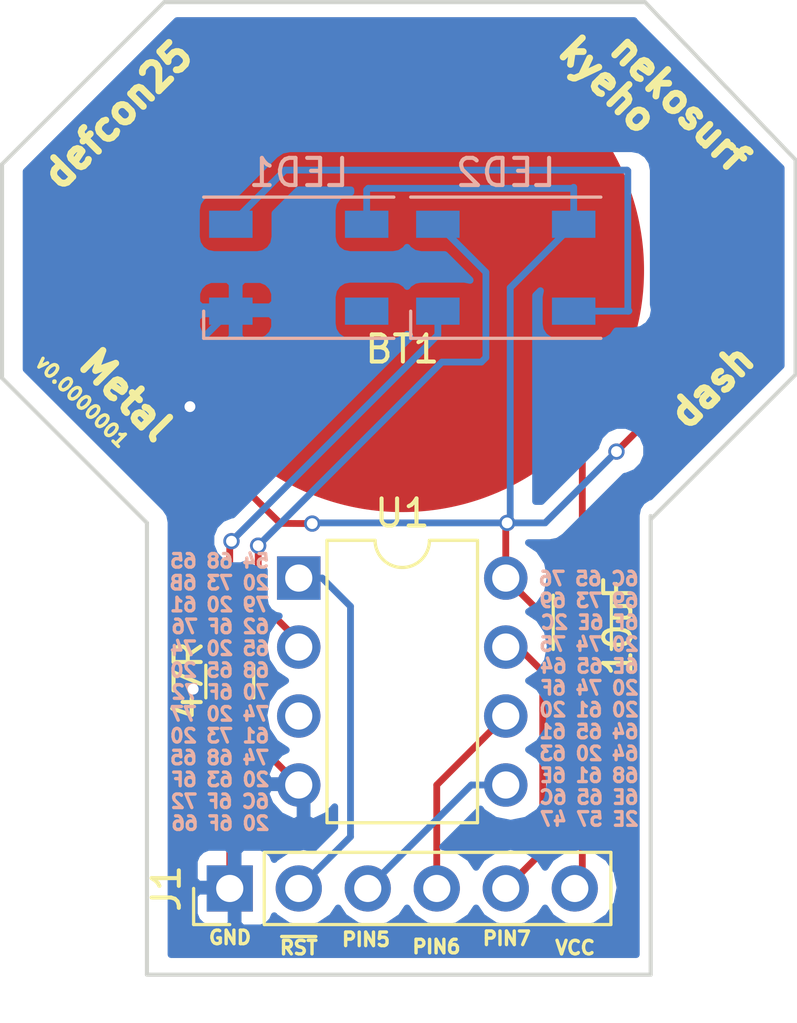
<source format=kicad_pcb>
(kicad_pcb (version 4) (host pcbnew 4.0.6)

  (general
    (links 18)
    (no_connects 0)
    (area 129.972999 84.120919 159.333001 121.873333)
    (thickness 1.6)
    (drawings 25)
    (tracks 80)
    (zones 0)
    (modules 7)
    (nets 12)
  )

  (page A4)
  (layers
    (0 F.Cu signal)
    (31 B.Cu signal)
    (32 B.Adhes user)
    (33 F.Adhes user)
    (34 B.Paste user)
    (35 F.Paste user)
    (36 B.SilkS user)
    (37 F.SilkS user)
    (38 B.Mask user)
    (39 F.Mask user)
    (40 Dwgs.User user)
    (41 Cmts.User user)
    (42 Eco1.User user)
    (43 Eco2.User user)
    (44 Edge.Cuts user)
    (45 Margin user)
    (46 B.CrtYd user)
    (47 F.CrtYd user)
    (48 B.Fab user)
    (49 F.Fab user)
  )

  (setup
    (last_trace_width 0.45)
    (trace_clearance 0.2)
    (zone_clearance 0.508)
    (zone_45_only no)
    (trace_min 0.2)
    (segment_width 0.2)
    (edge_width 0.15)
    (via_size 0.6)
    (via_drill 0.4)
    (via_min_size 0.4)
    (via_min_drill 0.3)
    (uvia_size 0.3)
    (uvia_drill 0.1)
    (uvias_allowed no)
    (uvia_min_size 0.2)
    (uvia_min_drill 0.1)
    (pcb_text_width 0.3)
    (pcb_text_size 1.5 1.5)
    (mod_edge_width 0.15)
    (mod_text_size 1 1)
    (mod_text_width 0.15)
    (pad_size 1.6 1.6)
    (pad_drill 1)
    (pad_to_mask_clearance 0.2)
    (aux_axis_origin 0 0)
    (visible_elements FFFFEF7F)
    (pcbplotparams
      (layerselection 0x00030_80000001)
      (usegerberextensions false)
      (excludeedgelayer true)
      (linewidth 0.100000)
      (plotframeref false)
      (viasonmask false)
      (mode 1)
      (useauxorigin false)
      (hpglpennumber 1)
      (hpglpenspeed 20)
      (hpglpendiameter 15)
      (hpglpenoverlay 2)
      (psnegative false)
      (psa4output false)
      (plotreference true)
      (plotvalue true)
      (plotinvisibletext false)
      (padsonsilk false)
      (subtractmaskfromsilk false)
      (outputformat 1)
      (mirror false)
      (drillshape 1)
      (scaleselection 1)
      (outputdirectory ""))
  )

  (net 0 "")
  (net 1 VCC)
  (net 2 GND)
  (net 3 "Net-(J1-Pad2)")
  (net 4 "Net-(J1-Pad3)")
  (net 5 "Net-(J1-Pad4)")
  (net 6 "Net-(J1-Pad5)")
  (net 7 "Net-(LED1-Pad4)")
  (net 8 "Net-(LED1-Pad2)")
  (net 9 "Net-(LED2-Pad3)")
  (net 10 "Net-(LED2-Pad4)")
  (net 11 "Net-(U1-Pad3)")

  (net_class Default "This is the default net class."
    (clearance 0.2)
    (trace_width 0.45)
    (via_dia 0.6)
    (via_drill 0.4)
    (uvia_dia 0.3)
    (uvia_drill 0.1)
    (add_net GND)
    (add_net "Net-(J1-Pad2)")
    (add_net "Net-(J1-Pad3)")
    (add_net "Net-(J1-Pad4)")
    (add_net "Net-(J1-Pad5)")
    (add_net "Net-(LED1-Pad2)")
    (add_net "Net-(LED1-Pad4)")
    (add_net "Net-(LED2-Pad3)")
    (add_net "Net-(LED2-Pad4)")
    (add_net "Net-(U1-Pad3)")
    (add_net VCC)
  )

  (module defcon:CR2025 (layer F.Cu) (tedit 595984C1) (tstamp 59598502)
    (at 144.78 93.98)
    (path /5959722A)
    (fp_text reference BT1 (at 0 3) (layer F.SilkS)
      (effects (font (size 1 1) (thickness 0.15)))
    )
    (fp_text value Battery_Cell (at 0.2 5.2) (layer F.Fab)
      (effects (font (size 1 1) (thickness 0.15)))
    )
    (pad 1 smd rect (at 11.45 0) (size 2.5 5.1) (layers F.Cu F.Paste F.Mask)
      (net 1 VCC))
    (pad 2 smd circle (at 0 0.1) (size 17.8 17.8) (layers F.Cu F.Paste F.Mask)
      (net 2 GND))
    (pad 1 smd rect (at -11.45 0) (size 2.5 5.1) (layers F.Cu F.Paste F.Mask)
      (net 1 VCC))
  )

  (module Resistors_SMD:R_1206_HandSoldering (layer F.Cu) (tedit 5959926C) (tstamp 59598508)
    (at 151.40686 107.03814 90)
    (descr "Resistor SMD 1206, hand soldering")
    (tags "resistor 1206")
    (path /59596040)
    (attr smd)
    (fp_text reference 10uF (at -0.1397 1.31318 90) (layer F.SilkS)
      (effects (font (size 1 1) (thickness 0.15)))
    )
    (fp_text value CP1 (at 0 1.9 90) (layer F.Fab)
      (effects (font (size 1 1) (thickness 0.15)))
    )
    (fp_text user %R (at 0 0 90) (layer F.Fab)
      (effects (font (size 0.7 0.7) (thickness 0.105)))
    )
    (fp_line (start -1.6 0.8) (end -1.6 -0.8) (layer F.Fab) (width 0.1))
    (fp_line (start 1.6 0.8) (end -1.6 0.8) (layer F.Fab) (width 0.1))
    (fp_line (start 1.6 -0.8) (end 1.6 0.8) (layer F.Fab) (width 0.1))
    (fp_line (start -1.6 -0.8) (end 1.6 -0.8) (layer F.Fab) (width 0.1))
    (fp_line (start 1 1.07) (end -1 1.07) (layer F.SilkS) (width 0.12))
    (fp_line (start -1 -1.07) (end 1 -1.07) (layer F.SilkS) (width 0.12))
    (fp_line (start -3.25 -1.11) (end 3.25 -1.11) (layer F.CrtYd) (width 0.05))
    (fp_line (start -3.25 -1.11) (end -3.25 1.1) (layer F.CrtYd) (width 0.05))
    (fp_line (start 3.25 1.1) (end 3.25 -1.11) (layer F.CrtYd) (width 0.05))
    (fp_line (start 3.25 1.1) (end -3.25 1.1) (layer F.CrtYd) (width 0.05))
    (pad 1 smd rect (at -2 0 90) (size 2 1.7) (layers F.Cu F.Paste F.Mask)
      (net 1 VCC))
    (pad 2 smd rect (at 2 0 90) (size 2 1.7) (layers F.Cu F.Paste F.Mask)
      (net 2 GND))
    (model ${KISYS3DMOD}/Resistors_SMD.3dshapes/R_1206.wrl
      (at (xyz 0 0 0))
      (scale (xyz 1 1 1))
      (rotate (xyz 0 0 0))
    )
  )

  (module Pin_Headers:Pin_Header_Straight_1x06_Pitch2.54mm (layer F.Cu) (tedit 58CD4EC1) (tstamp 59598512)
    (at 138.43 116.84 90)
    (descr "Through hole straight pin header, 1x06, 2.54mm pitch, single row")
    (tags "Through hole pin header THT 1x06 2.54mm single row")
    (path /59597498)
    (fp_text reference J1 (at 0 -2.33 90) (layer F.SilkS)
      (effects (font (size 1 1) (thickness 0.15)))
    )
    (fp_text value CONN_01X06 (at 0 15.03 90) (layer F.Fab)
      (effects (font (size 1 1) (thickness 0.15)))
    )
    (fp_line (start -1.27 -1.27) (end -1.27 13.97) (layer F.Fab) (width 0.1))
    (fp_line (start -1.27 13.97) (end 1.27 13.97) (layer F.Fab) (width 0.1))
    (fp_line (start 1.27 13.97) (end 1.27 -1.27) (layer F.Fab) (width 0.1))
    (fp_line (start 1.27 -1.27) (end -1.27 -1.27) (layer F.Fab) (width 0.1))
    (fp_line (start -1.33 1.27) (end -1.33 14.03) (layer F.SilkS) (width 0.12))
    (fp_line (start -1.33 14.03) (end 1.33 14.03) (layer F.SilkS) (width 0.12))
    (fp_line (start 1.33 14.03) (end 1.33 1.27) (layer F.SilkS) (width 0.12))
    (fp_line (start 1.33 1.27) (end -1.33 1.27) (layer F.SilkS) (width 0.12))
    (fp_line (start -1.33 0) (end -1.33 -1.33) (layer F.SilkS) (width 0.12))
    (fp_line (start -1.33 -1.33) (end 0 -1.33) (layer F.SilkS) (width 0.12))
    (fp_line (start -1.8 -1.8) (end -1.8 14.5) (layer F.CrtYd) (width 0.05))
    (fp_line (start -1.8 14.5) (end 1.8 14.5) (layer F.CrtYd) (width 0.05))
    (fp_line (start 1.8 14.5) (end 1.8 -1.8) (layer F.CrtYd) (width 0.05))
    (fp_line (start 1.8 -1.8) (end -1.8 -1.8) (layer F.CrtYd) (width 0.05))
    (fp_text user %R (at 0 -2.33 90) (layer F.Fab)
      (effects (font (size 1 1) (thickness 0.15)))
    )
    (pad 1 thru_hole rect (at 0 0 90) (size 1.7 1.7) (drill 1) (layers *.Cu *.Mask)
      (net 2 GND))
    (pad 2 thru_hole oval (at 0 2.54 90) (size 1.7 1.7) (drill 1) (layers *.Cu *.Mask)
      (net 3 "Net-(J1-Pad2)"))
    (pad 3 thru_hole oval (at 0 5.08 90) (size 1.7 1.7) (drill 1) (layers *.Cu *.Mask)
      (net 4 "Net-(J1-Pad3)"))
    (pad 4 thru_hole oval (at 0 7.62 90) (size 1.7 1.7) (drill 1) (layers *.Cu *.Mask)
      (net 5 "Net-(J1-Pad4)"))
    (pad 5 thru_hole oval (at 0 10.16 90) (size 1.7 1.7) (drill 1) (layers *.Cu *.Mask)
      (net 6 "Net-(J1-Pad5)"))
    (pad 6 thru_hole oval (at 0 12.7 90) (size 1.7 1.7) (drill 1) (layers *.Cu *.Mask)
      (net 1 VCC))
    (model ${KISYS3DMOD}/Pin_Headers.3dshapes/Pin_Header_Straight_1x06_Pitch2.54mm.wrl
      (at (xyz 0 -0.25 0))
      (scale (xyz 1 1 1))
      (rotate (xyz 0 0 90))
    )
  )

  (module LEDs:LED_WS2812B-PLCC4 (layer B.Cu) (tedit 587A6D9E) (tstamp 5959851A)
    (at 140.97 93.98 180)
    (descr http://www.world-semi.com/uploads/soft/150522/1-150522091P5.pdf)
    (tags "LED NeoPixel")
    (path /59595E44)
    (attr smd)
    (fp_text reference LED1 (at 0 3.5 180) (layer B.SilkS)
      (effects (font (size 1 1) (thickness 0.15)) (justify mirror))
    )
    (fp_text value WS2812B (at 0 -4 180) (layer B.Fab)
      (effects (font (size 1 1) (thickness 0.15)) (justify mirror))
    )
    (fp_line (start 3.75 2.85) (end -3.75 2.85) (layer B.CrtYd) (width 0.05))
    (fp_line (start 3.75 -2.85) (end 3.75 2.85) (layer B.CrtYd) (width 0.05))
    (fp_line (start -3.75 -2.85) (end 3.75 -2.85) (layer B.CrtYd) (width 0.05))
    (fp_line (start -3.75 2.85) (end -3.75 -2.85) (layer B.CrtYd) (width 0.05))
    (fp_line (start 2.5 -1.5) (end 1.5 -2.5) (layer B.Fab) (width 0.1))
    (fp_line (start -2.5 2.5) (end -2.5 -2.5) (layer B.Fab) (width 0.1))
    (fp_line (start -2.5 -2.5) (end 2.5 -2.5) (layer B.Fab) (width 0.1))
    (fp_line (start 2.5 -2.5) (end 2.5 2.5) (layer B.Fab) (width 0.1))
    (fp_line (start 2.5 2.5) (end -2.5 2.5) (layer B.Fab) (width 0.1))
    (fp_line (start -3.5 2.6) (end 3.5 2.6) (layer B.SilkS) (width 0.12))
    (fp_line (start -3.5 -2.6) (end 3.5 -2.6) (layer B.SilkS) (width 0.12))
    (fp_line (start 3.5 -2.6) (end 3.5 -1.6) (layer B.SilkS) (width 0.12))
    (fp_circle (center 0 0) (end 0 2) (layer B.Fab) (width 0.1))
    (pad 3 smd rect (at 2.5 -1.6 180) (size 1.6 1) (layers B.Cu B.Paste B.Mask)
      (net 2 GND))
    (pad 4 smd rect (at 2.5 1.6 180) (size 1.6 1) (layers B.Cu B.Paste B.Mask)
      (net 7 "Net-(LED1-Pad4)"))
    (pad 2 smd rect (at -2.5 -1.6 180) (size 1.6 1) (layers B.Cu B.Paste B.Mask)
      (net 8 "Net-(LED1-Pad2)"))
    (pad 1 smd rect (at -2.5 1.6 180) (size 1.6 1) (layers B.Cu B.Paste B.Mask)
      (net 1 VCC))
    (model LEDs.3dshapes/LED_WS2812B-PLCC4.wrl
      (at (xyz 0 0 0))
      (scale (xyz 0.39 0.39 0.39))
      (rotate (xyz 0 0 180))
    )
  )

  (module LEDs:LED_WS2812B-PLCC4 (layer B.Cu) (tedit 587A6D9E) (tstamp 59598522)
    (at 148.59 93.98 180)
    (descr http://www.world-semi.com/uploads/soft/150522/1-150522091P5.pdf)
    (tags "LED NeoPixel")
    (path /59595D27)
    (attr smd)
    (fp_text reference LED2 (at 0 3.5 180) (layer B.SilkS)
      (effects (font (size 1 1) (thickness 0.15)) (justify mirror))
    )
    (fp_text value WS2812B (at 0 -4 180) (layer B.Fab)
      (effects (font (size 1 1) (thickness 0.15)) (justify mirror))
    )
    (fp_line (start 3.75 2.85) (end -3.75 2.85) (layer B.CrtYd) (width 0.05))
    (fp_line (start 3.75 -2.85) (end 3.75 2.85) (layer B.CrtYd) (width 0.05))
    (fp_line (start -3.75 -2.85) (end 3.75 -2.85) (layer B.CrtYd) (width 0.05))
    (fp_line (start -3.75 2.85) (end -3.75 -2.85) (layer B.CrtYd) (width 0.05))
    (fp_line (start 2.5 -1.5) (end 1.5 -2.5) (layer B.Fab) (width 0.1))
    (fp_line (start -2.5 2.5) (end -2.5 -2.5) (layer B.Fab) (width 0.1))
    (fp_line (start -2.5 -2.5) (end 2.5 -2.5) (layer B.Fab) (width 0.1))
    (fp_line (start 2.5 -2.5) (end 2.5 2.5) (layer B.Fab) (width 0.1))
    (fp_line (start 2.5 2.5) (end -2.5 2.5) (layer B.Fab) (width 0.1))
    (fp_line (start -3.5 2.6) (end 3.5 2.6) (layer B.SilkS) (width 0.12))
    (fp_line (start -3.5 -2.6) (end 3.5 -2.6) (layer B.SilkS) (width 0.12))
    (fp_line (start 3.5 -2.6) (end 3.5 -1.6) (layer B.SilkS) (width 0.12))
    (fp_circle (center 0 0) (end 0 2) (layer B.Fab) (width 0.1))
    (pad 3 smd rect (at 2.5 -1.6 180) (size 1.6 1) (layers B.Cu B.Paste B.Mask)
      (net 9 "Net-(LED2-Pad3)"))
    (pad 4 smd rect (at 2.5 1.6 180) (size 1.6 1) (layers B.Cu B.Paste B.Mask)
      (net 10 "Net-(LED2-Pad4)"))
    (pad 2 smd rect (at -2.5 -1.6 180) (size 1.6 1) (layers B.Cu B.Paste B.Mask)
      (net 7 "Net-(LED1-Pad4)"))
    (pad 1 smd rect (at -2.5 1.6 180) (size 1.6 1) (layers B.Cu B.Paste B.Mask)
      (net 1 VCC))
    (model LEDs.3dshapes/LED_WS2812B-PLCC4.wrl
      (at (xyz 0 0 0))
      (scale (xyz 0.39 0.39 0.39))
      (rotate (xyz 0 0 180))
    )
  )

  (module Resistors_SMD:R_0805_HandSoldering (layer F.Cu) (tedit 59599261) (tstamp 59598528)
    (at 138.43 109.22 90)
    (descr "Resistor SMD 0805, hand soldering")
    (tags "resistor 0805")
    (path /595961E6)
    (attr smd)
    (fp_text reference 47R (at 0.03048 -1.524 90) (layer F.SilkS)
      (effects (font (size 1 1) (thickness 0.15)))
    )
    (fp_text value 47R (at 0 1.75 90) (layer F.Fab)
      (effects (font (size 1 1) (thickness 0.15)))
    )
    (fp_text user %R (at 0 0 90) (layer F.Fab)
      (effects (font (size 0.5 0.5) (thickness 0.075)))
    )
    (fp_line (start -1 0.62) (end -1 -0.62) (layer F.Fab) (width 0.1))
    (fp_line (start 1 0.62) (end -1 0.62) (layer F.Fab) (width 0.1))
    (fp_line (start 1 -0.62) (end 1 0.62) (layer F.Fab) (width 0.1))
    (fp_line (start -1 -0.62) (end 1 -0.62) (layer F.Fab) (width 0.1))
    (fp_line (start 0.6 0.88) (end -0.6 0.88) (layer F.SilkS) (width 0.12))
    (fp_line (start -0.6 -0.88) (end 0.6 -0.88) (layer F.SilkS) (width 0.12))
    (fp_line (start -2.35 -0.9) (end 2.35 -0.9) (layer F.CrtYd) (width 0.05))
    (fp_line (start -2.35 -0.9) (end -2.35 0.9) (layer F.CrtYd) (width 0.05))
    (fp_line (start 2.35 0.9) (end 2.35 -0.9) (layer F.CrtYd) (width 0.05))
    (fp_line (start 2.35 0.9) (end -2.35 0.9) (layer F.CrtYd) (width 0.05))
    (pad 1 smd rect (at -1.35 0 90) (size 1.5 1.3) (layers F.Cu F.Paste F.Mask)
      (net 2 GND))
    (pad 2 smd rect (at 1.35 0 90) (size 1.5 1.3) (layers F.Cu F.Paste F.Mask)
      (net 9 "Net-(LED2-Pad3)"))
    (model ${KISYS3DMOD}/Resistors_SMD.3dshapes/R_0805.wrl
      (at (xyz 0 0 0))
      (scale (xyz 1 1 1))
      (rotate (xyz 0 0 0))
    )
  )

  (module Housings_DIP:DIP-8_W7.62mm (layer F.Cu) (tedit 595A0283) (tstamp 59598534)
    (at 140.97 105.41)
    (descr "8-lead dip package, row spacing 7.62 mm (300 mils)")
    (tags "DIL DIP PDIP 2.54mm 7.62mm 300mil")
    (path /5959597D)
    (fp_text reference U1 (at 3.81 -2.39) (layer F.SilkS)
      (effects (font (size 1 1) (thickness 0.15)))
    )
    (fp_text value ATTINY85-20PU (at 3.81 10.01) (layer F.Fab)
      (effects (font (size 1 1) (thickness 0.15)))
    )
    (fp_text user %R (at 3.81 3.81) (layer F.Fab)
      (effects (font (size 1 1) (thickness 0.15)))
    )
    (fp_line (start 1.635 -1.27) (end 6.985 -1.27) (layer F.Fab) (width 0.1))
    (fp_line (start 6.985 -1.27) (end 6.985 8.89) (layer F.Fab) (width 0.1))
    (fp_line (start 6.985 8.89) (end 0.635 8.89) (layer F.Fab) (width 0.1))
    (fp_line (start 0.635 8.89) (end 0.635 -0.27) (layer F.Fab) (width 0.1))
    (fp_line (start 0.635 -0.27) (end 1.635 -1.27) (layer F.Fab) (width 0.1))
    (fp_line (start 2.81 -1.39) (end 1.04 -1.39) (layer F.SilkS) (width 0.12))
    (fp_line (start 1.04 -1.39) (end 1.04 9.01) (layer F.SilkS) (width 0.12))
    (fp_line (start 1.04 9.01) (end 6.58 9.01) (layer F.SilkS) (width 0.12))
    (fp_line (start 6.58 9.01) (end 6.58 -1.39) (layer F.SilkS) (width 0.12))
    (fp_line (start 6.58 -1.39) (end 4.81 -1.39) (layer F.SilkS) (width 0.12))
    (fp_line (start -1.1 -1.6) (end -1.1 9.2) (layer F.CrtYd) (width 0.05))
    (fp_line (start -1.1 9.2) (end 8.7 9.2) (layer F.CrtYd) (width 0.05))
    (fp_line (start 8.7 9.2) (end 8.7 -1.6) (layer F.CrtYd) (width 0.05))
    (fp_line (start 8.7 -1.6) (end -1.1 -1.6) (layer F.CrtYd) (width 0.05))
    (fp_arc (start 3.81 -1.39) (end 2.81 -1.39) (angle -180) (layer F.SilkS) (width 0.12))
    (pad 1 thru_hole rect (at 0 0) (size 1.6 1.6) (drill 1) (layers *.Cu *.Mask)
      (net 3 "Net-(J1-Pad2)"))
    (pad 5 thru_hole circle (at 7.62 7.62) (size 1.6 1.6) (drill 1) (layers *.Cu *.Mask)
      (net 4 "Net-(J1-Pad3)"))
    (pad 2 thru_hole circle (at 0 2.54) (size 1.6 1.6) (drill 1) (layers *.Cu *.Mask)
      (net 10 "Net-(LED2-Pad4)"))
    (pad 6 thru_hole circle (at 7.62 5.08) (size 1.6 1.6) (drill 1) (layers *.Cu *.Mask)
      (net 5 "Net-(J1-Pad4)"))
    (pad 3 thru_hole circle (at 0 5.08) (size 1.6 1.6) (drill 1) (layers *.Cu *.Mask)
      (net 11 "Net-(U1-Pad3)"))
    (pad 7 thru_hole circle (at 7.62 2.54) (size 1.6 1.6) (drill 1) (layers *.Cu *.Mask)
      (net 6 "Net-(J1-Pad5)"))
    (pad 4 thru_hole circle (at 0 7.62) (size 1.6 1.6) (drill 1) (layers *.Cu *.Mask)
      (net 2 GND))
    (pad 8 thru_hole circle (at 7.62 0) (size 1.6 1.6) (drill 1) (layers *.Cu *.Mask)
      (net 1 VCC))
    (model ${KISYS3DMOD}/Housings_DIP.3dshapes/DIP-8_W7.62mm.wrl
      (at (xyz 0 0 0))
      (scale (xyz 1 1 1))
      (rotate (xyz 0 0 0))
    )
  )

  (gr_text nekosurf (at 155.00604 87.91194 315) (layer F.SilkS)
    (effects (font (size 1 1) (thickness 0.25)))
  )
  (gr_text "\n" (at 155.6639 94.6785 45) (layer B.Mask)
    (effects (font (size 1 1) (thickness 0.25)))
  )
  (gr_text "6C 65 76 \n69 73 69 \n6F 6E 2C\n20 74 75 \n6E 65 64 \n20 74 6F \n20 61 20 \n64 65 61 \n64 20 63 \n68 61 6E \n6E 65 6C \n2E 57 47" (at 153.543 109.86008) (layer B.SilkS)
    (effects (font (size 0.5 0.5) (thickness 0.125)) (justify left mirror))
  )
  (gr_text "54 68 65 \n20 73 6B \n79 20 61 \n62 6F 76\n65 20 74 \n68 65 20\n70 6F 72 \n74 20 77 \n61 73 20 \n74 68 65\n20 63 6F \n6C 6F 72 \n20 6F 66 " (at 139.94892 109.61116) (layer B.SilkS)
    (effects (font (size 0.5 0.5) (thickness 0.125)) (justify left mirror))
  )
  (gr_text kyeho (at 152.3492 87.23376 315) (layer F.SilkS)
    (effects (font (size 1 1) (thickness 0.25)))
  )
  (gr_text Metal (at 134.61746 98.66122 315) (layer F.SilkS)
    (effects (font (size 1 1) (thickness 0.25)))
  )
  (gr_text defcon25 (at 134.30758 88.34374 45) (layer F.SilkS)
    (effects (font (size 1 1) (thickness 0.25)))
  )
  (gr_text dash (at 156.1846 98.3488 45) (layer F.SilkS)
    (effects (font (size 1 1) (thickness 0.25)))
  )
  (gr_text v0.0000001 (at 132.9944 98.9076 315) (layer F.SilkS)
    (effects (font (size 0.5 0.5) (thickness 0.125)))
  )
  (gr_text "PIN7\n" (at 148.6281 118.6815) (layer F.SilkS)
    (effects (font (size 0.5 0.5) (thickness 0.125)))
  )
  (gr_text PIN6 (at 146.0373 118.9863) (layer F.SilkS)
    (effects (font (size 0.5 0.5) (thickness 0.125)))
  )
  (gr_text PIN5 (at 143.4465 118.7196) (layer F.SilkS)
    (effects (font (size 0.5 0.5) (thickness 0.125)))
  )
  (gr_text ~RST (at 140.97 119.0244) (layer F.SilkS)
    (effects (font (size 0.5 0.5) (thickness 0.125)))
  )
  (gr_text VCC (at 151.1427 119.0244) (layer F.SilkS)
    (effects (font (size 0.5 0.5) (thickness 0.125)))
  )
  (gr_text GND (at 138.44016 118.64848) (layer F.SilkS)
    (effects (font (size 0.5 0.5) (thickness 0.125)))
  )
  (gr_line (start 159.258 97.917) (end 153.924 103.251) (angle 90) (layer Edge.Cuts) (width 0.15))
  (gr_line (start 159.258 90.043) (end 159.258 97.917) (angle 90) (layer Edge.Cuts) (width 0.15))
  (gr_line (start 153.71318 84.19592) (end 159.25 90) (angle 90) (layer Edge.Cuts) (width 0.15))
  (gr_line (start 136.017 84.201) (end 153.67 84.201) (angle 90) (layer Edge.Cuts) (width 0.15))
  (gr_line (start 130.048 90.17) (end 136.017 84.201) (angle 90) (layer Edge.Cuts) (width 0.15))
  (gr_line (start 130.048 98.044) (end 130.048 90.17) (angle 90) (layer Edge.Cuts) (width 0.15))
  (gr_line (start 135.382 103.378) (end 130.048 98.044) (angle 90) (layer Edge.Cuts) (width 0.15))
  (gr_line (start 135.382 120.015) (end 135.382 103.378) (angle 90) (layer Edge.Cuts) (width 0.15))
  (gr_line (start 153.924 120.015) (end 135.382 120.015) (angle 90) (layer Edge.Cuts) (width 0.15))
  (gr_line (start 153.924 103.124) (end 153.924 120.015) (angle 90) (layer Edge.Cuts) (width 0.15))

  (segment (start 151.09 92.38) (end 151.09 91.019) (width 0.25) (layer B.Cu) (net 1))
  (segment (start 143.47 91.11424) (end 143.47 92.38) (width 0.25) (layer B.Cu) (net 1) (tstamp 59598D94))
  (segment (start 143.52778 91.05646) (end 143.47 91.11424) (width 0.25) (layer B.Cu) (net 1) (tstamp 59598D91))
  (segment (start 151.05254 91.05646) (end 143.52778 91.05646) (width 0.25) (layer B.Cu) (net 1) (tstamp 59598D8D))
  (segment (start 151.09 91.019) (end 151.05254 91.05646) (width 0.25) (layer B.Cu) (net 1) (tstamp 59598D8C))
  (segment (start 148.6408 103.378) (end 141.4907 103.378) (width 0.25) (layer B.Cu) (net 1))
  (segment (start 139.5603 102.6795) (end 133.33 96.4492) (width 0.25) (layer F.Cu) (net 1) (tstamp 59598CF2))
  (segment (start 140.29182 103.39578) (end 139.5603 102.6795) (width 0.25) (layer F.Cu) (net 1) (tstamp 59598CDD))
  (segment (start 141.4653 103.4034) (end 140.29182 103.39578) (width 0.25) (layer F.Cu) (net 1) (tstamp 59598CDC))
  (via (at 141.4653 103.4034) (size 0.6) (drill 0.4) (layers F.Cu B.Cu) (net 1))
  (segment (start 141.4907 103.378) (end 141.4653 103.4034) (width 0.25) (layer B.Cu) (net 1) (tstamp 59598CD6))
  (segment (start 133.33 96.4492) (end 133.33 93.98) (width 0.25) (layer F.Cu) (net 1) (tstamp 59598CF9))
  (segment (start 156.23 93.98) (end 156.23 97.1858) (width 0.25) (layer F.Cu) (net 1))
  (segment (start 150.0378 103.378) (end 148.6408 103.378) (width 0.25) (layer B.Cu) (net 1) (tstamp 59598CC5))
  (segment (start 152.66416 100.75164) (end 150.0378 103.378) (width 0.25) (layer B.Cu) (net 1) (tstamp 59598CC4))
  (via (at 152.66416 100.75164) (size 0.6) (drill 0.4) (layers F.Cu B.Cu) (net 1))
  (segment (start 156.23 97.1858) (end 152.66416 100.75164) (width 0.25) (layer F.Cu) (net 1) (tstamp 59598CBA))
  (segment (start 148.59 105.41) (end 148.59 103.4288) (width 0.25) (layer F.Cu) (net 1))
  (segment (start 148.75256 94.71744) (end 151.09 92.38) (width 0.25) (layer B.Cu) (net 1) (tstamp 59598BC9))
  (segment (start 148.75256 103.26624) (end 148.75256 94.71744) (width 0.25) (layer B.Cu) (net 1) (tstamp 59598BC3))
  (segment (start 148.6408 103.378) (end 148.75256 103.26624) (width 0.25) (layer B.Cu) (net 1) (tstamp 59598BC2))
  (via (at 148.6408 103.378) (size 0.6) (drill 0.4) (layers F.Cu B.Cu) (net 1))
  (segment (start 148.59 103.4288) (end 148.6408 103.378) (width 0.25) (layer F.Cu) (net 1) (tstamp 59598BBD))
  (segment (start 151.40686 109.03814) (end 151.40686 108.22686) (width 0.25) (layer F.Cu) (net 1))
  (segment (start 151.40686 108.22686) (end 148.59 105.41) (width 0.25) (layer F.Cu) (net 1) (tstamp 59598A64))
  (segment (start 151.40686 109.03814) (end 151.40686 116.56314) (width 0.25) (layer F.Cu) (net 1))
  (segment (start 151.40686 116.56314) (end 151.13 116.84) (width 0.25) (layer F.Cu) (net 1) (tstamp 595988E7))
  (via (at 136.96442 99.09556) (size 0.6) (drill 0.4) (layers F.Cu B.Cu) (net 2))
  (segment (start 144.78 94.08) (end 140.18674 94.08) (width 0.25) (layer F.Cu) (net 2))
  (segment (start 140.18674 94.08) (end 136.96442 97.30232) (width 0.25) (layer F.Cu) (net 2) (tstamp 59598FE5))
  (segment (start 136.96442 97.30232) (end 136.96442 99.09556) (width 0.25) (layer F.Cu) (net 2) (tstamp 59598FE9))
  (segment (start 136.96442 99.09556) (end 137.0838 99.09556) (width 0.25) (layer B.Cu) (net 2) (tstamp 59598FFA))
  (segment (start 137.0838 99.09556) (end 136.96442 99.09556) (width 0.25) (layer B.Cu) (net 2) (tstamp 59598FFB))
  (segment (start 136.96442 99.09556) (end 137.0838 99.09556) (width 0.25) (layer B.Cu) (net 2) (tstamp 59598FFD))
  (segment (start 138.43 110.57) (end 138.1544 110.57) (width 0.25) (layer F.Cu) (net 2))
  (segment (start 138.1544 110.57) (end 137.0838 109.4994) (width 0.25) (layer F.Cu) (net 2) (tstamp 59598B63))
  (segment (start 137.0838 96.9264) (end 138.4302 95.58) (width 0.25) (layer B.Cu) (net 2) (tstamp 59598B6A))
  (segment (start 137.0838 109.4994) (end 137.0838 99.09556) (width 0.25) (layer B.Cu) (net 2) (tstamp 59598B69))
  (segment (start 137.0838 99.09556) (end 137.0838 96.9264) (width 0.25) (layer B.Cu) (net 2) (tstamp 59598FFE))
  (via (at 137.0838 109.4994) (size 0.6) (drill 0.4) (layers F.Cu B.Cu) (net 2))
  (segment (start 138.4302 95.58) (end 138.47 95.58) (width 0.25) (layer B.Cu) (net 2) (tstamp 59598B73))
  (segment (start 151.40686 105.03814) (end 151.40686 100.70686) (width 0.25) (layer F.Cu) (net 2))
  (segment (start 151.40686 100.70686) (end 144.78 94.08) (width 0.25) (layer F.Cu) (net 2) (tstamp 59598915))
  (segment (start 138.43 110.57) (end 138.51 110.57) (width 0.25) (layer F.Cu) (net 2))
  (segment (start 138.51 110.57) (end 140.97 113.03) (width 0.25) (layer F.Cu) (net 2) (tstamp 59598903))
  (segment (start 138.43 110.57) (end 138.43 116.84) (width 0.25) (layer F.Cu) (net 2))
  (segment (start 142.875 114.935) (end 140.97 116.84) (width 0.25) (layer B.Cu) (net 3) (tstamp 5959898B))
  (segment (start 142.875 106.4514) (end 142.875 114.935) (width 0.25) (layer B.Cu) (net 3) (tstamp 59598984))
  (segment (start 141.8336 105.41) (end 142.875 106.4514) (width 0.25) (layer B.Cu) (net 3) (tstamp 5959897F))
  (segment (start 140.97 105.41) (end 141.8336 105.41) (width 0.25) (layer B.Cu) (net 3))
  (segment (start 148.59 113.03) (end 147.32 113.03) (width 0.25) (layer B.Cu) (net 4))
  (segment (start 147.32 113.03) (end 143.51 116.84) (width 0.25) (layer B.Cu) (net 4) (tstamp 5959895D))
  (segment (start 146.05 116.84) (end 146.05 113.03) (width 0.25) (layer F.Cu) (net 5))
  (segment (start 146.05 113.03) (end 148.59 110.49) (width 0.25) (layer F.Cu) (net 5) (tstamp 59598968))
  (segment (start 148.59 107.95) (end 149.046778 107.95) (width 0.25) (layer F.Cu) (net 6))
  (segment (start 149.046778 107.95) (end 149.95144 108.854662) (width 0.25) (layer F.Cu) (net 6) (tstamp 59598857))
  (segment (start 149.95144 108.854662) (end 149.95144 115.47856) (width 0.25) (layer F.Cu) (net 6) (tstamp 5959885A))
  (segment (start 149.95144 115.47856) (end 148.59 116.84) (width 0.25) (layer F.Cu) (net 6) (tstamp 5959886C))
  (segment (start 140.4641 90.3859) (end 138.47 92.38) (width 0.25) (layer B.Cu) (net 7) (tstamp 59598DA6))
  (segment (start 153.05532 90.3859) (end 140.4641 90.3859) (width 0.25) (layer B.Cu) (net 7) (tstamp 59598D9C))
  (segment (start 153.08326 90.41384) (end 153.05532 90.3859) (width 0.25) (layer B.Cu) (net 7) (tstamp 59598D9B))
  (segment (start 153.08326 95.58) (end 153.08326 90.41384) (width 0.25) (layer B.Cu) (net 7))
  (segment (start 153.08326 95.58) (end 153.111 95.58) (width 0.25) (layer B.Cu) (net 7) (tstamp 59598D99))
  (segment (start 151.09 95.58) (end 153.08326 95.58) (width 0.25) (layer B.Cu) (net 7))
  (segment (start 140.0196 90.8304) (end 138.47 92.38) (width 0.25) (layer B.Cu) (net 7) (tstamp 59598BF3))
  (segment (start 153.111 95.58) (end 153.1239 95.5671) (width 0.25) (layer B.Cu) (net 7) (tstamp 59598BE2))
  (segment (start 138.43 107.87) (end 138.43 104.1146) (width 0.25) (layer F.Cu) (net 9))
  (segment (start 146.09 96.4546) (end 146.09 95.58) (width 0.25) (layer B.Cu) (net 9) (tstamp 59598B55))
  (segment (start 138.4935 104.0511) (end 146.09 96.4546) (width 0.25) (layer B.Cu) (net 9) (tstamp 59598B54))
  (via (at 138.4935 104.0511) (size 0.6) (drill 0.4) (layers F.Cu B.Cu) (net 9))
  (segment (start 138.43 104.1146) (end 138.4935 104.0511) (width 0.25) (layer F.Cu) (net 9) (tstamp 59598B4F))
  (segment (start 140.97 107.95) (end 140.97 107.7214) (width 0.25) (layer F.Cu) (net 10))
  (segment (start 140.97 107.7214) (end 139.47648 106.22788) (width 0.25) (layer F.Cu) (net 10) (tstamp 59598B91))
  (segment (start 139.47648 106.22788) (end 139.47648 104.2162) (width 0.25) (layer F.Cu) (net 10) (tstamp 59598B93))
  (via (at 139.47648 104.2162) (size 0.6) (drill 0.4) (layers F.Cu B.Cu) (net 10))
  (segment (start 139.47648 104.2162) (end 146.23796 97.45472) (width 0.25) (layer B.Cu) (net 10) (tstamp 59598BA0))
  (segment (start 146.23796 97.45472) (end 147.69084 97.45472) (width 0.25) (layer B.Cu) (net 10) (tstamp 59598BA1))
  (segment (start 147.69084 97.45472) (end 147.85848 97.28708) (width 0.25) (layer B.Cu) (net 10) (tstamp 59598BAB))
  (segment (start 147.85848 97.28708) (end 147.85848 94.14848) (width 0.25) (layer B.Cu) (net 10) (tstamp 59598BAD))
  (segment (start 147.85848 94.14848) (end 146.09 92.38) (width 0.25) (layer B.Cu) (net 10) (tstamp 59598BB1))

  (zone (net 2) (net_name GND) (layer B.Cu) (tstamp 59598EB6) (hatch edge 0.508)
    (connect_pads (clearance 0.508))
    (min_thickness 0.254)
    (fill yes (arc_segments 16) (thermal_gap 0.508) (thermal_bridge_width 0.508))
    (polygon
      (pts
        (xy 135.4328 103.22052) (xy 135.6868 120.11152) (xy 154.2288 119.98452) (xy 154.2288 103.22052) (xy 159.3088 98.01352)
        (xy 159.3088 90.26652) (xy 153.7208 84.29752) (xy 136.1948 84.17052) (xy 130.2258 90.26652) (xy 130.2258 98.26752)
        (xy 135.6868 103.22052)
      )
    )
    (filled_polygon
      (pts
        (xy 153.345754 84.926566) (xy 158.7258 90.306612) (xy 158.7258 97.592428) (xy 153.893218 102.42501) (xy 153.830095 102.437566)
        (xy 153.599754 102.591474) (xy 153.445846 102.821815) (xy 153.3918 103.09352) (xy 153.3918 119.27452) (xy 136.2698 119.27452)
        (xy 136.2698 117.09527) (xy 137.1228 117.09527) (xy 137.1228 117.785829) (xy 137.219473 118.019218) (xy 137.398101 118.197847)
        (xy 137.63149 118.29452) (xy 138.32205 118.29452) (xy 138.4808 118.13577) (xy 138.4808 116.93652) (xy 137.28155 116.93652)
        (xy 137.1228 117.09527) (xy 136.2698 117.09527) (xy 136.2698 115.833211) (xy 137.1228 115.833211) (xy 137.1228 116.52377)
        (xy 137.28155 116.68252) (xy 138.4808 116.68252) (xy 138.4808 115.48327) (xy 138.32205 115.32452) (xy 137.63149 115.32452)
        (xy 137.398101 115.421193) (xy 137.219473 115.599822) (xy 137.1228 115.833211) (xy 136.2698 115.833211) (xy 136.2698 113.348559)
        (xy 139.755896 113.348559) (xy 139.916759 113.736943) (xy 140.292666 114.151909) (xy 140.798759 114.391434) (xy 141.0208 114.270149)
        (xy 141.0208 113.12652) (xy 139.877885 113.12652) (xy 139.755896 113.348559) (xy 136.2698 113.348559) (xy 136.2698 103.34752)
        (xy 136.215754 103.075815) (xy 136.061846 102.845474) (xy 130.9358 97.719428) (xy 130.9358 95.83527) (xy 137.2128 95.83527)
        (xy 137.2128 96.17583) (xy 137.309473 96.409219) (xy 137.488102 96.587847) (xy 137.721491 96.68452) (xy 138.36205 96.68452)
        (xy 138.5208 96.52577) (xy 138.5208 95.67652) (xy 138.7748 95.67652) (xy 138.7748 96.52577) (xy 138.93355 96.68452)
        (xy 139.574109 96.68452) (xy 139.807498 96.587847) (xy 139.986127 96.409219) (xy 140.0828 96.17583) (xy 140.0828 95.83527)
        (xy 139.92405 95.67652) (xy 138.7748 95.67652) (xy 138.5208 95.67652) (xy 137.37155 95.67652) (xy 137.2128 95.83527)
        (xy 130.9358 95.83527) (xy 130.9358 94.92321) (xy 137.2128 94.92321) (xy 137.2128 95.26377) (xy 137.37155 95.42252)
        (xy 138.5208 95.42252) (xy 138.5208 94.57327) (xy 138.7748 94.57327) (xy 138.7748 95.42252) (xy 139.92405 95.42252)
        (xy 140.0828 95.26377) (xy 140.0828 94.92321) (xy 139.986127 94.689821) (xy 139.807498 94.511193) (xy 139.574109 94.41452)
        (xy 138.93355 94.41452) (xy 138.7748 94.57327) (xy 138.5208 94.57327) (xy 138.36205 94.41452) (xy 137.721491 94.41452)
        (xy 137.488102 94.511193) (xy 137.309473 94.689821) (xy 137.2128 94.92321) (xy 130.9358 94.92321) (xy 130.9358 91.84952)
        (xy 137.20036 91.84952) (xy 137.20036 92.84952) (xy 137.244638 93.084837) (xy 137.38371 93.300961) (xy 137.59591 93.445951)
        (xy 137.8478 93.49696) (xy 139.4478 93.49696) (xy 139.683117 93.452682) (xy 139.899241 93.31361) (xy 140.044231 93.10141)
        (xy 140.09524 92.84952) (xy 140.09524 91.976882) (xy 140.956702 91.11542) (xy 142.8878 91.11542) (xy 142.8878 91.20208)
        (xy 142.8478 91.20208) (xy 142.612483 91.246358) (xy 142.396359 91.38543) (xy 142.251369 91.59763) (xy 142.20036 91.84952)
        (xy 142.20036 92.84952) (xy 142.244638 93.084837) (xy 142.38371 93.300961) (xy 142.59591 93.445951) (xy 142.8478 93.49696)
        (xy 144.4478 93.49696) (xy 144.683117 93.452682) (xy 144.899241 93.31361) (xy 144.957234 93.228735) (xy 145.00371 93.300961)
        (xy 145.21591 93.445951) (xy 145.4678 93.49696) (xy 146.340438 93.49696) (xy 147.27628 94.432802) (xy 147.27628 94.444298)
        (xy 147.0678 94.40208) (xy 145.4678 94.40208) (xy 145.232483 94.446358) (xy 145.016359 94.58543) (xy 144.958366 94.670305)
        (xy 144.91189 94.598079) (xy 144.69969 94.453089) (xy 144.4478 94.40208) (xy 142.8478 94.40208) (xy 142.612483 94.446358)
        (xy 142.396359 94.58543) (xy 142.251369 94.79763) (xy 142.20036 95.04952) (xy 142.20036 96.04952) (xy 142.244638 96.284837)
        (xy 142.38371 96.500961) (xy 142.59591 96.645951) (xy 142.8478 96.69696) (xy 144.4478 96.69696) (xy 144.683117 96.652682)
        (xy 144.899241 96.51361) (xy 144.957234 96.428735) (xy 145.00371 96.500961) (xy 145.070513 96.546605) (xy 138.53162 103.085498)
        (xy 138.486133 103.085458) (xy 138.142357 103.227503) (xy 137.879108 103.490293) (xy 137.736462 103.833821) (xy 137.736138 104.205787)
        (xy 137.878183 104.549563) (xy 138.140973 104.812812) (xy 138.484501 104.955458) (xy 138.856467 104.955782) (xy 139.030201 104.883997)
        (xy 139.123953 104.977912) (xy 139.467481 105.120558) (xy 139.70036 105.120761) (xy 139.70036 106.17952) (xy 139.744638 106.414837)
        (xy 139.88371 106.630961) (xy 140.09591 106.775951) (xy 140.250889 106.807335) (xy 140.104989 106.904822) (xy 139.79392 107.370369)
        (xy 139.684687 107.91952) (xy 139.79392 108.468671) (xy 140.104989 108.934218) (xy 140.487075 109.18952) (xy 140.104989 109.444822)
        (xy 139.79392 109.910369) (xy 139.684687 110.45952) (xy 139.79392 111.008671) (xy 140.104989 111.474218) (xy 140.509503 111.744506)
        (xy 140.292666 111.847131) (xy 139.916759 112.262097) (xy 139.755896 112.650481) (xy 139.877885 112.87252) (xy 141.0208 112.87252)
        (xy 141.0208 112.85252) (xy 141.2748 112.85252) (xy 141.2748 112.87252) (xy 141.2948 112.87252) (xy 141.2948 113.12652)
        (xy 141.2748 113.12652) (xy 141.2748 114.270149) (xy 141.496841 114.391434) (xy 142.002934 114.151909) (xy 142.2928 113.831924)
        (xy 142.2928 114.589718) (xy 141.514208 115.36831) (xy 141.1478 115.295427) (xy 140.579515 115.408466) (xy 140.097746 115.730373)
        (xy 140.068397 115.774297) (xy 139.996127 115.599822) (xy 139.817499 115.421193) (xy 139.58411 115.32452) (xy 138.89355 115.32452)
        (xy 138.7348 115.48327) (xy 138.7348 116.68252) (xy 138.7548 116.68252) (xy 138.7548 116.93652) (xy 138.7348 116.93652)
        (xy 138.7348 118.13577) (xy 138.89355 118.29452) (xy 139.58411 118.29452) (xy 139.817499 118.197847) (xy 139.996127 118.019218)
        (xy 140.068397 117.844743) (xy 140.097746 117.888667) (xy 140.579515 118.210574) (xy 141.1478 118.323613) (xy 141.716085 118.210574)
        (xy 142.197854 117.888667) (xy 142.4178 117.559494) (xy 142.637746 117.888667) (xy 143.119515 118.210574) (xy 143.6878 118.323613)
        (xy 144.256085 118.210574) (xy 144.737854 117.888667) (xy 144.9578 117.559494) (xy 145.177746 117.888667) (xy 145.659515 118.210574)
        (xy 146.2278 118.323613) (xy 146.796085 118.210574) (xy 147.277854 117.888667) (xy 147.4978 117.559494) (xy 147.717746 117.888667)
        (xy 148.199515 118.210574) (xy 148.7678 118.323613) (xy 149.336085 118.210574) (xy 149.817854 117.888667) (xy 150.0378 117.559494)
        (xy 150.257746 117.888667) (xy 150.739515 118.210574) (xy 151.3078 118.323613) (xy 151.876085 118.210574) (xy 152.357854 117.888667)
        (xy 152.679761 117.406898) (xy 152.7928 116.838613) (xy 152.7928 116.780427) (xy 152.679761 116.212142) (xy 152.357854 115.730373)
        (xy 151.876085 115.408466) (xy 151.3078 115.295427) (xy 150.739515 115.408466) (xy 150.257746 115.730373) (xy 150.0378 116.059546)
        (xy 149.817854 115.730373) (xy 149.336085 115.408466) (xy 148.7678 115.295427) (xy 148.199515 115.408466) (xy 147.717746 115.730373)
        (xy 147.4978 116.059546) (xy 147.277854 115.730373) (xy 146.796085 115.408466) (xy 146.268583 115.303539) (xy 147.658064 113.914058)
        (xy 147.724989 114.014218) (xy 148.190536 114.325287) (xy 148.739687 114.43452) (xy 148.795913 114.43452) (xy 149.345064 114.325287)
        (xy 149.810611 114.014218) (xy 150.12168 113.548671) (xy 150.230913 112.99952) (xy 150.12168 112.450369) (xy 149.810611 111.984822)
        (xy 149.428525 111.72952) (xy 149.810611 111.474218) (xy 150.12168 111.008671) (xy 150.230913 110.45952) (xy 150.12168 109.910369)
        (xy 149.810611 109.444822) (xy 149.428525 109.18952) (xy 149.810611 108.934218) (xy 150.12168 108.468671) (xy 150.230913 107.91952)
        (xy 150.12168 107.370369) (xy 149.810611 106.904822) (xy 149.428525 106.64952) (xy 149.810611 106.394218) (xy 150.12168 105.928671)
        (xy 150.230913 105.37952) (xy 150.12168 104.830369) (xy 149.810611 104.364822) (xy 149.425532 104.10752) (xy 150.2156 104.10752)
        (xy 150.506439 104.049668) (xy 150.753001 103.884921) (xy 152.98164 101.656282) (xy 153.027127 101.656322) (xy 153.370903 101.514277)
        (xy 153.634152 101.251487) (xy 153.776798 100.907959) (xy 153.777122 100.535993) (xy 153.635077 100.192217) (xy 153.372287 99.928968)
        (xy 153.028759 99.786322) (xy 152.656793 99.785998) (xy 152.313017 99.928043) (xy 152.049768 100.190833) (xy 151.907122 100.534361)
        (xy 151.907081 100.581237) (xy 149.900798 102.58752) (xy 149.69036 102.58752) (xy 149.69036 95.001762) (xy 149.865497 94.826625)
        (xy 149.82036 95.04952) (xy 149.82036 96.04952) (xy 149.864638 96.284837) (xy 150.00371 96.500961) (xy 150.21591 96.645951)
        (xy 150.4678 96.69696) (xy 152.0678 96.69696) (xy 152.303117 96.652682) (xy 152.519241 96.51361) (xy 152.65869 96.30952)
        (xy 153.2888 96.30952) (xy 153.579639 96.251668) (xy 153.826201 96.086921) (xy 153.839101 96.074021) (xy 154.003848 95.82746)
        (xy 154.0617 95.53662) (xy 154.02106 95.332311) (xy 154.02106 90.38336) (xy 153.963208 90.092521) (xy 153.798461 89.845959)
        (xy 153.770521 89.818019) (xy 153.523959 89.653272) (xy 153.23312 89.59542) (xy 140.6419 89.59542) (xy 140.35106 89.653272)
        (xy 140.104499 89.818019) (xy 138.720438 91.20208) (xy 137.8478 91.20208) (xy 137.612483 91.246358) (xy 137.396359 91.38543)
        (xy 137.251369 91.59763) (xy 137.20036 91.84952) (xy 130.9358 91.84952) (xy 130.9358 90.433612) (xy 136.488892 84.88052)
        (xy 153.314987 84.88052)
      )
    )
  )
)

</source>
